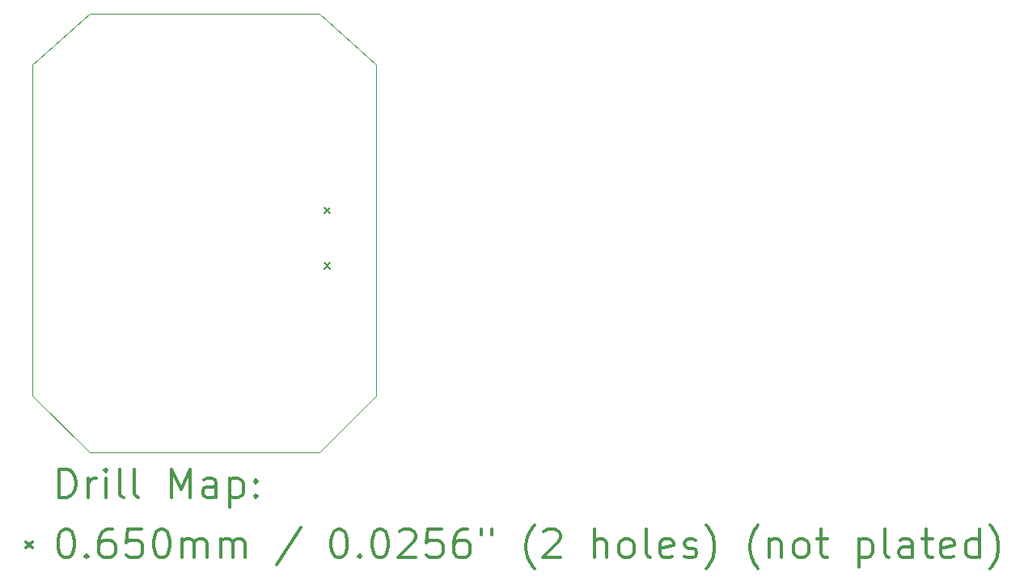
<source format=gbr>
%FSLAX45Y45*%
G04 Gerber Fmt 4.5, Leading zero omitted, Abs format (unit mm)*
G04 Created by KiCad (PCBNEW (5.1.10)-1) date 2021-06-26 18:26:51*
%MOMM*%
%LPD*%
G01*
G04 APERTURE LIST*
%TA.AperFunction,Profile*%
%ADD10C,0.100000*%
%TD*%
%ADD11C,0.200000*%
%ADD12C,0.300000*%
G04 APERTURE END LIST*
D10*
X2100000Y-6100000D02*
X1500000Y-5500000D01*
X5100000Y-5500000D02*
X4500000Y-6100000D01*
X4500000Y-1500000D02*
X5100000Y-2030000D01*
X2100000Y-1500000D02*
X1500000Y-2030000D01*
X5100000Y-2030000D02*
X5100000Y-5500000D01*
X2100000Y-1500000D02*
X4500000Y-1500000D01*
X1500000Y-5500000D02*
X1500000Y-2030000D01*
X4500000Y-6100000D02*
X2100000Y-6100000D01*
D11*
X4552500Y-3527500D02*
X4617500Y-3592500D01*
X4617500Y-3527500D02*
X4552500Y-3592500D01*
X4552500Y-4107500D02*
X4617500Y-4172500D01*
X4617500Y-4107500D02*
X4552500Y-4172500D01*
D12*
X1781428Y-6570714D02*
X1781428Y-6270714D01*
X1852857Y-6270714D01*
X1895714Y-6285000D01*
X1924286Y-6313571D01*
X1938571Y-6342143D01*
X1952857Y-6399286D01*
X1952857Y-6442143D01*
X1938571Y-6499286D01*
X1924286Y-6527857D01*
X1895714Y-6556429D01*
X1852857Y-6570714D01*
X1781428Y-6570714D01*
X2081428Y-6570714D02*
X2081428Y-6370714D01*
X2081428Y-6427857D02*
X2095714Y-6399286D01*
X2110000Y-6385000D01*
X2138571Y-6370714D01*
X2167143Y-6370714D01*
X2267143Y-6570714D02*
X2267143Y-6370714D01*
X2267143Y-6270714D02*
X2252857Y-6285000D01*
X2267143Y-6299286D01*
X2281428Y-6285000D01*
X2267143Y-6270714D01*
X2267143Y-6299286D01*
X2452857Y-6570714D02*
X2424286Y-6556429D01*
X2410000Y-6527857D01*
X2410000Y-6270714D01*
X2610000Y-6570714D02*
X2581428Y-6556429D01*
X2567143Y-6527857D01*
X2567143Y-6270714D01*
X2952857Y-6570714D02*
X2952857Y-6270714D01*
X3052857Y-6485000D01*
X3152857Y-6270714D01*
X3152857Y-6570714D01*
X3424286Y-6570714D02*
X3424286Y-6413571D01*
X3410000Y-6385000D01*
X3381428Y-6370714D01*
X3324286Y-6370714D01*
X3295714Y-6385000D01*
X3424286Y-6556429D02*
X3395714Y-6570714D01*
X3324286Y-6570714D01*
X3295714Y-6556429D01*
X3281428Y-6527857D01*
X3281428Y-6499286D01*
X3295714Y-6470714D01*
X3324286Y-6456429D01*
X3395714Y-6456429D01*
X3424286Y-6442143D01*
X3567143Y-6370714D02*
X3567143Y-6670714D01*
X3567143Y-6385000D02*
X3595714Y-6370714D01*
X3652857Y-6370714D01*
X3681428Y-6385000D01*
X3695714Y-6399286D01*
X3710000Y-6427857D01*
X3710000Y-6513571D01*
X3695714Y-6542143D01*
X3681428Y-6556429D01*
X3652857Y-6570714D01*
X3595714Y-6570714D01*
X3567143Y-6556429D01*
X3838571Y-6542143D02*
X3852857Y-6556429D01*
X3838571Y-6570714D01*
X3824286Y-6556429D01*
X3838571Y-6542143D01*
X3838571Y-6570714D01*
X3838571Y-6385000D02*
X3852857Y-6399286D01*
X3838571Y-6413571D01*
X3824286Y-6399286D01*
X3838571Y-6385000D01*
X3838571Y-6413571D01*
X1430000Y-7032500D02*
X1495000Y-7097500D01*
X1495000Y-7032500D02*
X1430000Y-7097500D01*
X1838571Y-6900714D02*
X1867143Y-6900714D01*
X1895714Y-6915000D01*
X1910000Y-6929286D01*
X1924286Y-6957857D01*
X1938571Y-7015000D01*
X1938571Y-7086429D01*
X1924286Y-7143571D01*
X1910000Y-7172143D01*
X1895714Y-7186429D01*
X1867143Y-7200714D01*
X1838571Y-7200714D01*
X1810000Y-7186429D01*
X1795714Y-7172143D01*
X1781428Y-7143571D01*
X1767143Y-7086429D01*
X1767143Y-7015000D01*
X1781428Y-6957857D01*
X1795714Y-6929286D01*
X1810000Y-6915000D01*
X1838571Y-6900714D01*
X2067143Y-7172143D02*
X2081428Y-7186429D01*
X2067143Y-7200714D01*
X2052857Y-7186429D01*
X2067143Y-7172143D01*
X2067143Y-7200714D01*
X2338571Y-6900714D02*
X2281428Y-6900714D01*
X2252857Y-6915000D01*
X2238571Y-6929286D01*
X2210000Y-6972143D01*
X2195714Y-7029286D01*
X2195714Y-7143571D01*
X2210000Y-7172143D01*
X2224286Y-7186429D01*
X2252857Y-7200714D01*
X2310000Y-7200714D01*
X2338571Y-7186429D01*
X2352857Y-7172143D01*
X2367143Y-7143571D01*
X2367143Y-7072143D01*
X2352857Y-7043571D01*
X2338571Y-7029286D01*
X2310000Y-7015000D01*
X2252857Y-7015000D01*
X2224286Y-7029286D01*
X2210000Y-7043571D01*
X2195714Y-7072143D01*
X2638571Y-6900714D02*
X2495714Y-6900714D01*
X2481428Y-7043571D01*
X2495714Y-7029286D01*
X2524286Y-7015000D01*
X2595714Y-7015000D01*
X2624286Y-7029286D01*
X2638571Y-7043571D01*
X2652857Y-7072143D01*
X2652857Y-7143571D01*
X2638571Y-7172143D01*
X2624286Y-7186429D01*
X2595714Y-7200714D01*
X2524286Y-7200714D01*
X2495714Y-7186429D01*
X2481428Y-7172143D01*
X2838571Y-6900714D02*
X2867143Y-6900714D01*
X2895714Y-6915000D01*
X2910000Y-6929286D01*
X2924286Y-6957857D01*
X2938571Y-7015000D01*
X2938571Y-7086429D01*
X2924286Y-7143571D01*
X2910000Y-7172143D01*
X2895714Y-7186429D01*
X2867143Y-7200714D01*
X2838571Y-7200714D01*
X2810000Y-7186429D01*
X2795714Y-7172143D01*
X2781428Y-7143571D01*
X2767143Y-7086429D01*
X2767143Y-7015000D01*
X2781428Y-6957857D01*
X2795714Y-6929286D01*
X2810000Y-6915000D01*
X2838571Y-6900714D01*
X3067143Y-7200714D02*
X3067143Y-7000714D01*
X3067143Y-7029286D02*
X3081428Y-7015000D01*
X3110000Y-7000714D01*
X3152857Y-7000714D01*
X3181428Y-7015000D01*
X3195714Y-7043571D01*
X3195714Y-7200714D01*
X3195714Y-7043571D02*
X3210000Y-7015000D01*
X3238571Y-7000714D01*
X3281428Y-7000714D01*
X3310000Y-7015000D01*
X3324286Y-7043571D01*
X3324286Y-7200714D01*
X3467143Y-7200714D02*
X3467143Y-7000714D01*
X3467143Y-7029286D02*
X3481428Y-7015000D01*
X3510000Y-7000714D01*
X3552857Y-7000714D01*
X3581428Y-7015000D01*
X3595714Y-7043571D01*
X3595714Y-7200714D01*
X3595714Y-7043571D02*
X3610000Y-7015000D01*
X3638571Y-7000714D01*
X3681428Y-7000714D01*
X3710000Y-7015000D01*
X3724286Y-7043571D01*
X3724286Y-7200714D01*
X4310000Y-6886429D02*
X4052857Y-7272143D01*
X4695714Y-6900714D02*
X4724286Y-6900714D01*
X4752857Y-6915000D01*
X4767143Y-6929286D01*
X4781428Y-6957857D01*
X4795714Y-7015000D01*
X4795714Y-7086429D01*
X4781428Y-7143571D01*
X4767143Y-7172143D01*
X4752857Y-7186429D01*
X4724286Y-7200714D01*
X4695714Y-7200714D01*
X4667143Y-7186429D01*
X4652857Y-7172143D01*
X4638571Y-7143571D01*
X4624286Y-7086429D01*
X4624286Y-7015000D01*
X4638571Y-6957857D01*
X4652857Y-6929286D01*
X4667143Y-6915000D01*
X4695714Y-6900714D01*
X4924286Y-7172143D02*
X4938571Y-7186429D01*
X4924286Y-7200714D01*
X4910000Y-7186429D01*
X4924286Y-7172143D01*
X4924286Y-7200714D01*
X5124286Y-6900714D02*
X5152857Y-6900714D01*
X5181428Y-6915000D01*
X5195714Y-6929286D01*
X5210000Y-6957857D01*
X5224286Y-7015000D01*
X5224286Y-7086429D01*
X5210000Y-7143571D01*
X5195714Y-7172143D01*
X5181428Y-7186429D01*
X5152857Y-7200714D01*
X5124286Y-7200714D01*
X5095714Y-7186429D01*
X5081428Y-7172143D01*
X5067143Y-7143571D01*
X5052857Y-7086429D01*
X5052857Y-7015000D01*
X5067143Y-6957857D01*
X5081428Y-6929286D01*
X5095714Y-6915000D01*
X5124286Y-6900714D01*
X5338571Y-6929286D02*
X5352857Y-6915000D01*
X5381428Y-6900714D01*
X5452857Y-6900714D01*
X5481428Y-6915000D01*
X5495714Y-6929286D01*
X5510000Y-6957857D01*
X5510000Y-6986429D01*
X5495714Y-7029286D01*
X5324286Y-7200714D01*
X5510000Y-7200714D01*
X5781428Y-6900714D02*
X5638571Y-6900714D01*
X5624286Y-7043571D01*
X5638571Y-7029286D01*
X5667143Y-7015000D01*
X5738571Y-7015000D01*
X5767143Y-7029286D01*
X5781428Y-7043571D01*
X5795714Y-7072143D01*
X5795714Y-7143571D01*
X5781428Y-7172143D01*
X5767143Y-7186429D01*
X5738571Y-7200714D01*
X5667143Y-7200714D01*
X5638571Y-7186429D01*
X5624286Y-7172143D01*
X6052857Y-6900714D02*
X5995714Y-6900714D01*
X5967143Y-6915000D01*
X5952857Y-6929286D01*
X5924286Y-6972143D01*
X5910000Y-7029286D01*
X5910000Y-7143571D01*
X5924286Y-7172143D01*
X5938571Y-7186429D01*
X5967143Y-7200714D01*
X6024286Y-7200714D01*
X6052857Y-7186429D01*
X6067143Y-7172143D01*
X6081428Y-7143571D01*
X6081428Y-7072143D01*
X6067143Y-7043571D01*
X6052857Y-7029286D01*
X6024286Y-7015000D01*
X5967143Y-7015000D01*
X5938571Y-7029286D01*
X5924286Y-7043571D01*
X5910000Y-7072143D01*
X6195714Y-6900714D02*
X6195714Y-6957857D01*
X6310000Y-6900714D02*
X6310000Y-6957857D01*
X6752857Y-7315000D02*
X6738571Y-7300714D01*
X6710000Y-7257857D01*
X6695714Y-7229286D01*
X6681428Y-7186429D01*
X6667143Y-7115000D01*
X6667143Y-7057857D01*
X6681428Y-6986429D01*
X6695714Y-6943571D01*
X6710000Y-6915000D01*
X6738571Y-6872143D01*
X6752857Y-6857857D01*
X6852857Y-6929286D02*
X6867143Y-6915000D01*
X6895714Y-6900714D01*
X6967143Y-6900714D01*
X6995714Y-6915000D01*
X7010000Y-6929286D01*
X7024286Y-6957857D01*
X7024286Y-6986429D01*
X7010000Y-7029286D01*
X6838571Y-7200714D01*
X7024286Y-7200714D01*
X7381428Y-7200714D02*
X7381428Y-6900714D01*
X7510000Y-7200714D02*
X7510000Y-7043571D01*
X7495714Y-7015000D01*
X7467143Y-7000714D01*
X7424286Y-7000714D01*
X7395714Y-7015000D01*
X7381428Y-7029286D01*
X7695714Y-7200714D02*
X7667143Y-7186429D01*
X7652857Y-7172143D01*
X7638571Y-7143571D01*
X7638571Y-7057857D01*
X7652857Y-7029286D01*
X7667143Y-7015000D01*
X7695714Y-7000714D01*
X7738571Y-7000714D01*
X7767143Y-7015000D01*
X7781428Y-7029286D01*
X7795714Y-7057857D01*
X7795714Y-7143571D01*
X7781428Y-7172143D01*
X7767143Y-7186429D01*
X7738571Y-7200714D01*
X7695714Y-7200714D01*
X7967143Y-7200714D02*
X7938571Y-7186429D01*
X7924286Y-7157857D01*
X7924286Y-6900714D01*
X8195714Y-7186429D02*
X8167143Y-7200714D01*
X8110000Y-7200714D01*
X8081428Y-7186429D01*
X8067143Y-7157857D01*
X8067143Y-7043571D01*
X8081428Y-7015000D01*
X8110000Y-7000714D01*
X8167143Y-7000714D01*
X8195714Y-7015000D01*
X8210000Y-7043571D01*
X8210000Y-7072143D01*
X8067143Y-7100714D01*
X8324286Y-7186429D02*
X8352857Y-7200714D01*
X8410000Y-7200714D01*
X8438571Y-7186429D01*
X8452857Y-7157857D01*
X8452857Y-7143571D01*
X8438571Y-7115000D01*
X8410000Y-7100714D01*
X8367143Y-7100714D01*
X8338571Y-7086429D01*
X8324286Y-7057857D01*
X8324286Y-7043571D01*
X8338571Y-7015000D01*
X8367143Y-7000714D01*
X8410000Y-7000714D01*
X8438571Y-7015000D01*
X8552857Y-7315000D02*
X8567143Y-7300714D01*
X8595714Y-7257857D01*
X8610000Y-7229286D01*
X8624286Y-7186429D01*
X8638571Y-7115000D01*
X8638571Y-7057857D01*
X8624286Y-6986429D01*
X8610000Y-6943571D01*
X8595714Y-6915000D01*
X8567143Y-6872143D01*
X8552857Y-6857857D01*
X9095714Y-7315000D02*
X9081428Y-7300714D01*
X9052857Y-7257857D01*
X9038571Y-7229286D01*
X9024286Y-7186429D01*
X9010000Y-7115000D01*
X9010000Y-7057857D01*
X9024286Y-6986429D01*
X9038571Y-6943571D01*
X9052857Y-6915000D01*
X9081428Y-6872143D01*
X9095714Y-6857857D01*
X9210000Y-7000714D02*
X9210000Y-7200714D01*
X9210000Y-7029286D02*
X9224286Y-7015000D01*
X9252857Y-7000714D01*
X9295714Y-7000714D01*
X9324286Y-7015000D01*
X9338571Y-7043571D01*
X9338571Y-7200714D01*
X9524286Y-7200714D02*
X9495714Y-7186429D01*
X9481428Y-7172143D01*
X9467143Y-7143571D01*
X9467143Y-7057857D01*
X9481428Y-7029286D01*
X9495714Y-7015000D01*
X9524286Y-7000714D01*
X9567143Y-7000714D01*
X9595714Y-7015000D01*
X9610000Y-7029286D01*
X9624286Y-7057857D01*
X9624286Y-7143571D01*
X9610000Y-7172143D01*
X9595714Y-7186429D01*
X9567143Y-7200714D01*
X9524286Y-7200714D01*
X9710000Y-7000714D02*
X9824286Y-7000714D01*
X9752857Y-6900714D02*
X9752857Y-7157857D01*
X9767143Y-7186429D01*
X9795714Y-7200714D01*
X9824286Y-7200714D01*
X10152857Y-7000714D02*
X10152857Y-7300714D01*
X10152857Y-7015000D02*
X10181428Y-7000714D01*
X10238571Y-7000714D01*
X10267143Y-7015000D01*
X10281428Y-7029286D01*
X10295714Y-7057857D01*
X10295714Y-7143571D01*
X10281428Y-7172143D01*
X10267143Y-7186429D01*
X10238571Y-7200714D01*
X10181428Y-7200714D01*
X10152857Y-7186429D01*
X10467143Y-7200714D02*
X10438571Y-7186429D01*
X10424286Y-7157857D01*
X10424286Y-6900714D01*
X10710000Y-7200714D02*
X10710000Y-7043571D01*
X10695714Y-7015000D01*
X10667143Y-7000714D01*
X10610000Y-7000714D01*
X10581428Y-7015000D01*
X10710000Y-7186429D02*
X10681428Y-7200714D01*
X10610000Y-7200714D01*
X10581428Y-7186429D01*
X10567143Y-7157857D01*
X10567143Y-7129286D01*
X10581428Y-7100714D01*
X10610000Y-7086429D01*
X10681428Y-7086429D01*
X10710000Y-7072143D01*
X10810000Y-7000714D02*
X10924286Y-7000714D01*
X10852857Y-6900714D02*
X10852857Y-7157857D01*
X10867143Y-7186429D01*
X10895714Y-7200714D01*
X10924286Y-7200714D01*
X11138571Y-7186429D02*
X11110000Y-7200714D01*
X11052857Y-7200714D01*
X11024286Y-7186429D01*
X11010000Y-7157857D01*
X11010000Y-7043571D01*
X11024286Y-7015000D01*
X11052857Y-7000714D01*
X11110000Y-7000714D01*
X11138571Y-7015000D01*
X11152857Y-7043571D01*
X11152857Y-7072143D01*
X11010000Y-7100714D01*
X11410000Y-7200714D02*
X11410000Y-6900714D01*
X11410000Y-7186429D02*
X11381428Y-7200714D01*
X11324286Y-7200714D01*
X11295714Y-7186429D01*
X11281428Y-7172143D01*
X11267143Y-7143571D01*
X11267143Y-7057857D01*
X11281428Y-7029286D01*
X11295714Y-7015000D01*
X11324286Y-7000714D01*
X11381428Y-7000714D01*
X11410000Y-7015000D01*
X11524286Y-7315000D02*
X11538571Y-7300714D01*
X11567143Y-7257857D01*
X11581428Y-7229286D01*
X11595714Y-7186429D01*
X11610000Y-7115000D01*
X11610000Y-7057857D01*
X11595714Y-6986429D01*
X11581428Y-6943571D01*
X11567143Y-6915000D01*
X11538571Y-6872143D01*
X11524286Y-6857857D01*
M02*

</source>
